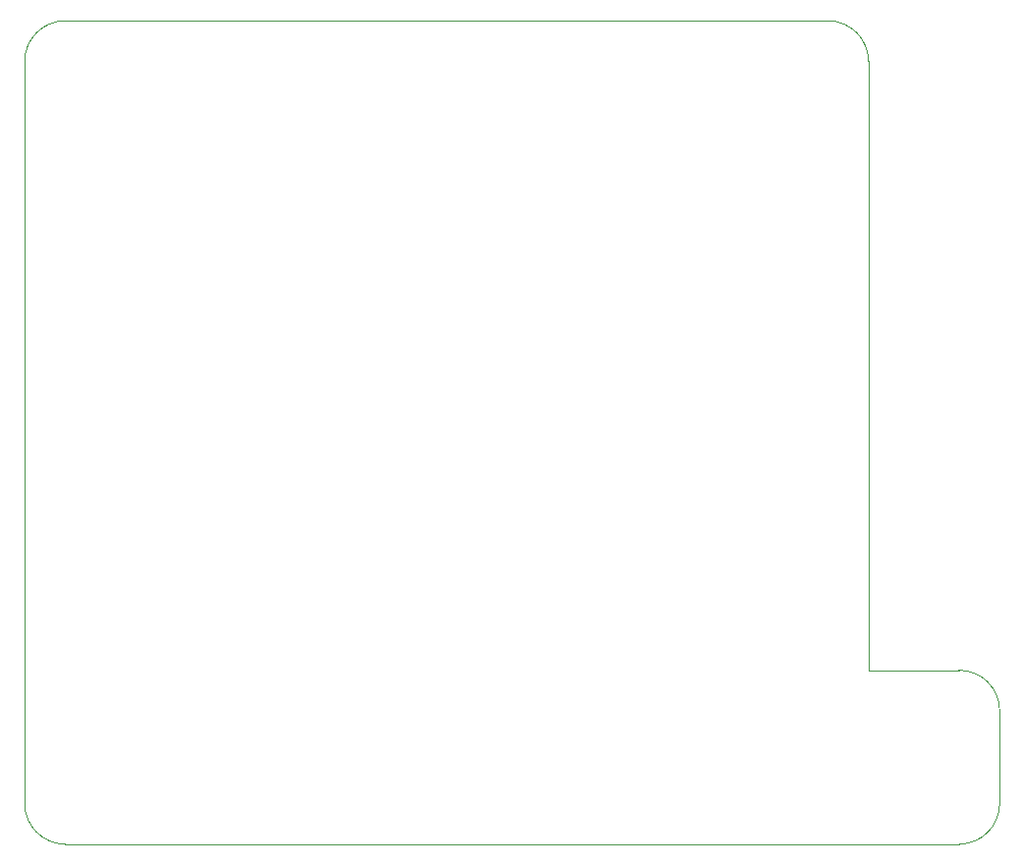
<source format=gbr>
G04 #@! TF.GenerationSoftware,KiCad,Pcbnew,(5.1.6)-1*
G04 #@! TF.CreationDate,2020-08-01T01:33:13+02:00*
G04 #@! TF.ProjectId,rascsi_din,72617363-7369-45f6-9469-6e2e6b696361,rev?*
G04 #@! TF.SameCoordinates,Original*
G04 #@! TF.FileFunction,Profile,NP*
%FSLAX46Y46*%
G04 Gerber Fmt 4.6, Leading zero omitted, Abs format (unit mm)*
G04 Created by KiCad (PCBNEW (5.1.6)-1) date 2020-08-01 01:33:13*
%MOMM*%
%LPD*%
G01*
G04 APERTURE LIST*
G04 #@! TA.AperFunction,Profile*
%ADD10C,0.050000*%
G04 #@! TD*
G04 APERTURE END LIST*
D10*
X250800000Y-102000000D02*
X250800000Y-110000000D01*
X239500000Y-98500000D02*
X247300000Y-98500000D01*
X247300000Y-98500000D02*
G75*
G02*
X250800000Y-102000000I0J-3500000D01*
G01*
X170300000Y-113500000D02*
X247300000Y-113500000D01*
X170300000Y-113500000D02*
G75*
G02*
X166800000Y-110000000I0J3500000D01*
G01*
X250800000Y-110000000D02*
G75*
G02*
X247300000Y-113500000I-3500000J0D01*
G01*
X166800000Y-46000000D02*
X166800000Y-110000000D01*
X239500000Y-46000000D02*
X239500000Y-98500000D01*
X170300000Y-42500000D02*
X236000000Y-42500000D01*
X166800000Y-46000000D02*
G75*
G02*
X170300000Y-42500000I3500000J0D01*
G01*
X236000000Y-42500000D02*
G75*
G02*
X239500000Y-46000000I0J-3500000D01*
G01*
M02*

</source>
